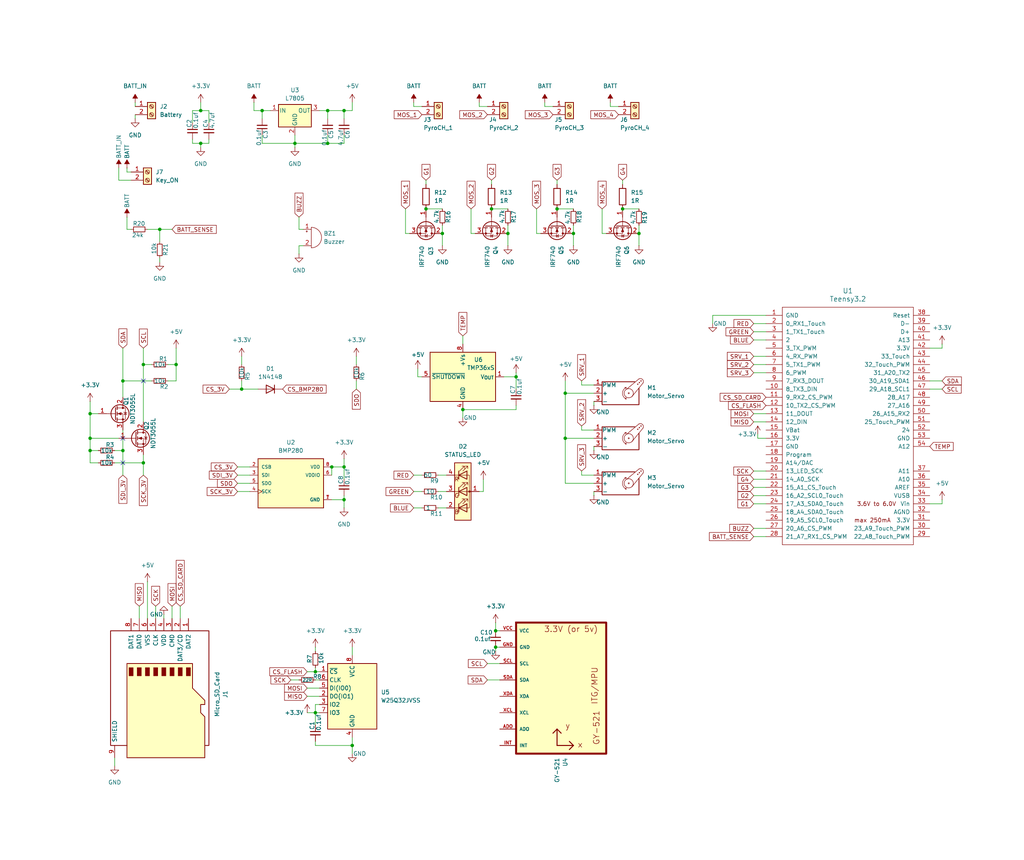
<source format=kicad_sch>
(kicad_sch (version 20231120) (generator "eeschema") (generator_version "8.0")
  (paper "User" 317.5 266.7)
  (lib_symbols
    (symbol "BMP280:BMP280" (pin_names (offset 1.016))
      (property "Reference" "U" (at -10.1796 7.6347 0))
      (property "Value" "BMP280" (at -10.1693 -10.1693 0))
      (symbol "BMP280_0_0"
        (pin power_in line (at 12.7 -5.08 180) (length 2.54) (name "GND") (number "1"))
        (pin input line (at -12.7 5.08 0) (length 2.54) (name "CSB") (number "2"))
        (pin bidirectional line (at -12.7 2.54 0) (length 2.54) (name "SDI") (number "3"))
        (pin input clock (at -12.7 -2.54 0) (length 2.54) (name "SCK") (number "4"))
        (pin bidirectional line (at -12.7 0 0) (length 2.54) (name "SDO") (number "5"))
        (pin power_in line (at 12.7 2.54 180) (length 2.54) (name "VDDIO") (number "6"))
        (pin power_in line (at 12.7 -5.08 180) (length 2.54) (name "GND") (number "7"))
        (pin power_in line (at 12.7 5.08 180) (length 2.54) (name "VDD") (number "8"))
      )
    )
    (symbol "Connector:Micro_SD_Card" (pin_names (offset 1.016))
      (property "Reference" "J" (at -16.51 15.24 0))
      (property "Value" "Micro_SD_Card" (at 16.51 15.24 0))
      (symbol "Micro_SD_Card_1_1"
        (pin bidirectional line (at -22.86 7.62 0) (length 3.81) (name "DAT2") (number "1"))
        (pin bidirectional line (at -22.86 5.08 0) (length 3.81) (name "DAT3/CD") (number "2"))
        (pin input line (at -22.86 2.54 0) (length 3.81) (name "CMD") (number "3"))
        (pin power_in line (at -22.86 0 0) (length 3.81) (name "VDD") (number "4"))
        (pin input line (at -22.86 -2.54 0) (length 3.81) (name "CLK") (number "5"))
        (pin power_in line (at -22.86 -5.08 0) (length 3.81) (name "VSS") (number "6"))
        (pin bidirectional line (at -22.86 -7.62 0) (length 3.81) (name "DAT0") (number "7"))
        (pin bidirectional line (at -22.86 -10.16 0) (length 3.81) (name "DAT1") (number "8"))
        (pin passive line (at 20.32 -15.24 180) (length 3.81) (name "SHIELD") (number "9"))
      )
    )
    (symbol "Connector:Screw_Terminal_01x02" (pin_names (offset 1.016) hide)
      (property "Reference" "J" (at 0 2.54 0))
      (property "Value" "Screw_Terminal_01x02" (at 0 -5.08 0))
      (symbol "Screw_Terminal_01x02_1_1"
        (pin passive line (at -5.08 0 0) (length 3.81) (name "Pin_1") (number "1"))
        (pin passive line (at -5.08 -2.54 0) (length 3.81) (name "Pin_2") (number "2"))
      )
    )
    (symbol "Device:Buzzer" (pin_names (offset 0.0254) hide)
      (property "Reference" "BZ" (at 3.81 1.27 0))
      (property "Value" "Buzzer" (at 3.81 -1.27 0))
      (symbol "Buzzer_1_1"
        (pin passive line (at -2.54 2.54 0) (length 2.54) (name "+") (number "1"))
        (pin passive line (at -2.54 -2.54 0) (length 2.54) (name "-") (number "2"))
      )
    )
    (symbol "Device:C_Small" (pin_numbers hide) (pin_names (offset 0.254) hide)
      (property "Reference" "C" (at 0.254 1.778 0))
      (property "Value" "C_Small" (at 0.254 -2.032 0))
      (symbol "C_Small_1_1"
        (pin passive line (at 0 2.54 270) (length 2.032) (name "~") (number "1"))
        (pin passive line (at 0 -2.54 90) (length 2.032) (name "~") (number "2"))
      )
    )
    (symbol "Device:R" (pin_numbers hide) (pin_names (offset 0))
      (property "Reference" "R" (at 2.032 0 90))
      (property "Value" "R" (at 0 0 90))
      (symbol "R_1_1"
        (pin passive line (at 0 3.81 270) (length 1.27) (name "~") (number "1"))
        (pin passive line (at 0 -3.81 90) (length 1.27) (name "~") (number "2"))
      )
    )
    (symbol "Device:R_Small" (pin_numbers hide) (pin_names (offset 0.254) hide)
      (property "Reference" "R" (at 0.762 0.508 0))
      (property "Value" "R_Small" (at 0.762 -1.016 0))
      (symbol "R_Small_1_1"
        (pin passive line (at 0 2.54 270) (length 0.762) (name "~") (number "1"))
        (pin passive line (at 0 -2.54 90) (length 0.762) (name "~") (number "2"))
      )
    )
    (symbol "Diode:1N4148" (pin_numbers hide) (pin_names hide)
      (property "Reference" "D" (at 0 2.54 0))
      (property "Value" "1N4148" (at 0 -2.54 0))
      (symbol "1N4148_1_1"
        (pin passive line (at -3.81 0 0) (length 2.54) (name "K") (number "1"))
        (pin passive line (at 3.81 0 180) (length 2.54) (name "A") (number "2"))
      )
    )
    (symbol "GY-521:GY-521" (pin_names (offset 1.016))
      (property "Reference" "U" (at 0 0 0))
      (property "Value" "GY-521" (at 0 0 0))
      (symbol "GY-521_0_0"
        (text "3.3V (or 5v)" (at -1.524 14.732 0) (effects (font (size 1.778 1.778)) (justify left bottom)))
        (text "GY-521" (at 13.716 -9.398 900) (effects (font (size 1.778 1.778)) (justify right top)))
        (text "ITG/MPU" (at 15.24 -7.62 900) (effects (font (size 1.778 1.778)) (justify left bottom)))
        (text "x" (at 8.89 -21.082 0) (effects (font (size 1.778 1.778)) (justify left bottom)))
        (text "y" (at 5.08 -15.24 0) (effects (font (size 1.778 1.778)) (justify left bottom)))
        (pin bidirectional line (at -15.24 -15.24 0) (length 5.08) (name "ADO") (number "ADO"))
        (pin bidirectional line (at -15.24 10.16 0) (length 5.08) (name "GND") (number "GND"))
        (pin bidirectional line (at -15.24 -20.32 0) (length 5.08) (name "INT") (number "INT"))
        (pin bidirectional line (at -15.24 5.08 0) (length 5.08) (name "SCL") (number "SCL"))
        (pin bidirectional line (at -15.24 0 0) (length 5.08) (name "SDA") (number "SDA"))
        (pin bidirectional line (at -15.24 15.24 0) (length 5.08) (name "VCC") (number "VCC"))
        (pin bidirectional line (at -15.24 -10.16 0) (length 5.08) (name "XCL") (number "XCL"))
        (pin bidirectional line (at -15.24 -5.08 0) (length 5.08) (name "XDA") (number "XDA"))
      )
    )
    (symbol "LED:ASMB-MTB0-0A3A2" (pin_names (offset 0) hide)
      (property "Reference" "D" (at 0 10.16 0))
      (property "Value" "ASMB-MTB0-0A3A2" (at 0 -10.16 0))
      (symbol "ASMB-MTB0-0A3A2_0_0"
        (text "B" (at -1.905 -6.35 0) (effects (font (size 1.27 1.27))))
        (text "G" (at -1.905 -1.27 0) (effects (font (size 1.27 1.27))))
        (text "R" (at -1.905 3.81 0) (effects (font (size 1.27 1.27))))
      )
      (symbol "ASMB-MTB0-0A3A2_1_1"
        (pin passive line (at 5.08 0 180) (length 2.54) (name "A") (number "1"))
        (pin passive line (at -5.08 -5.08 0) (length 2.54) (name "BK") (number "2"))
        (pin passive line (at -5.08 0 0) (length 2.54) (name "GK") (number "3"))
        (pin passive line (at -5.08 5.08 0) (length 2.54) (name "RK") (number "4"))
      )
    )
    (symbol "Memory_Flash:W25Q32JVSS"
      (property "Reference" "U" (at -6.35 11.43 0))
      (property "Value" "W25Q32JVSS" (at 7.62 11.43 0))
      (symbol "W25Q32JVSS_1_1"
        (pin input line (at -10.16 7.62 0) (length 2.54) (name "~{CS}") (number "1"))
        (pin bidirectional line (at -10.16 0 0) (length 2.54) (name "DO(IO1)") (number "2"))
        (pin bidirectional line (at -10.16 -2.54 0) (length 2.54) (name "IO2") (number "3"))
        (pin power_in line (at 0 -12.7 90) (length 2.54) (name "GND") (number "4"))
        (pin bidirectional line (at -10.16 2.54 0) (length 2.54) (name "DI(IO0)") (number "5"))
        (pin input line (at -10.16 5.08 0) (length 2.54) (name "CLK") (number "6"))
        (pin bidirectional line (at -10.16 -5.08 0) (length 2.54) (name "IO3") (number "7"))
        (pin power_in line (at 0 12.7 270) (length 2.54) (name "VCC") (number "8"))
      )
    )
    (symbol "Motor:Motor_Servo" (pin_names (offset 0.0254))
      (property "Reference" "M" (at -5.08 4.445 0))
      (property "Value" "Motor_Servo" (at -5.08 -4.064 0))
      (symbol "Motor_Servo_1_1"
        (pin passive line (at -7.62 2.54 0) (length 2.54) (name "PWM") (number "1"))
        (pin passive line (at -7.62 0 0) (length 2.54) (name "+") (number "2"))
        (pin passive line (at -7.62 -2.54 0) (length 2.54) (name "-") (number "3"))
      )
    )
    (symbol "Regulator_Linear:L7805" (pin_names (offset 0.254))
      (property "Reference" "U" (at -3.81 3.175 0))
      (property "Value" "L7805" (at 0 3.175 0))
      (symbol "L7805_1_1"
        (pin power_in line (at -7.62 0 0) (length 2.54) (name "IN") (number "1"))
        (pin power_in line (at 0 -7.62 90) (length 2.54) (name "GND") (number "2"))
        (pin power_out line (at 7.62 0 180) (length 2.54) (name "OUT") (number "3"))
      )
    )
    (symbol "Sensor_Temperature:TMP36xS"
      (property "Reference" "U" (at -8.89 8.89 0))
      (property "Value" "TMP36xS" (at 6.35 -8.89 0))
      (symbol "TMP36xS_1_1"
        (pin output line (at 12.7 0 180) (length 2.54) (name "V_{OUT}") (number "1"))
        (pin power_in line (at 0 -10.16 90) (length 2.54) (name "GND") (number "4"))
        (pin input line (at -12.7 0 0) (length 2.54) (name "~{SHUTDOWN}") (number "5"))
        (pin power_in line (at 0 10.16 270) (length 2.54) (name "+Vs") (number "8"))
      )
    )
    (symbol "Transistor_FET:IRF740" (pin_names hide)
      (property "Reference" "Q" (at 5.08 1.905 0))
      (property "Value" "IRF740" (at 5.08 0 0))
      (symbol "IRF740_1_1"
        (pin input line (at -5.08 0 0) (length 2.54) (name "G") (number "1"))
        (pin passive line (at 2.54 5.08 270) (length 2.54) (name "D") (number "2"))
        (pin passive line (at 2.54 -5.08 90) (length 2.54) (name "S") (number "3"))
      )
    )
    (symbol "Transistor_FET:NDT3055L" (pin_names hide)
      (property "Reference" "Q" (at 5.08 1.905 0))
      (property "Value" "NDT3055L" (at 5.08 0 0))
      (symbol "NDT3055L_1_1"
        (pin input line (at -5.08 0 0) (length 2.54) (name "G") (number "1"))
        (pin passive line (at 2.54 5.08 270) (length 2.54) (name "D") (number "2"))
        (pin passive line (at 2.54 -5.08 90) (length 2.54) (name "S") (number "3"))
      )
    )
    (symbol "power:+3.3V" (power) (pin_numbers hide) (pin_names (offset 0) hide)
      (property "Value" "+3.3V" (at 0 3.556 0))
      (symbol "+3.3V_1_1"
        (pin power_in line (at 0 0 90) (length 0) (name "~") (number "1"))
      )
    )
    (symbol "power:+5V" (power) (pin_numbers hide) (pin_names (offset 0) hide)
      (property "Value" "+5V" (at 0 3.556 0))
      (symbol "+5V_1_1"
        (pin power_in line (at 0 0 90) (length 0) (name "~") (number "1"))
      )
    )
    (symbol "power:-BATT" (power) (pin_numbers hide) (pin_names (offset 0) hide)
      (property "Value" "-BATT" (at 0 3.556 0))
      (symbol "-BATT_1_1"
        (pin power_in line (at 0 0 90) (length 0) (name "~") (number "1"))
      )
    )
    (symbol "power:GND" (power) (pin_numbers hide) (pin_names (offset 0) hide)
      (property "Value" "GND" (at 0 -3.81 0))
      (symbol "GND_1_1"
        (pin power_in line (at 0 0 270) (length 0) (name "~") (number "1"))
      )
    )
    (symbol "teensy:Teensy3.2" (pin_names (offset 1.016))
      (property "Reference" "U" (at 0 39.37 0))
      (property "Value" "Teensy3.2" (at 0 -39.37 0))
      (symbol "Teensy3.2_0_0"
        (text "3.6V to 6.0V" (at 8.89 -24.13 0) (effects (font (size 1.27 1.27))))
        (text "max 250mA" (at 7.62 -29.21 0) (effects (font (size 1.27 1.27))))
      )
      (symbol "Teensy3.2_1_1"
        (pin power_in line (at -25.4 34.29 0) (length 5.08) (name "GND") (number "1"))
        (pin bidirectional line (at -25.4 11.43 0) (length 5.08) (name "8_TX3_DIN") (number "10"))
        (pin bidirectional line (at -25.4 8.89 0) (length 5.08) (name "9_RX2_CS_PWM") (number "11"))
        (pin bidirectional line (at -25.4 6.35 0) (length 5.08) (name "10_TX2_CS_PWM") (number "12"))
        (pin bidirectional line (at -25.4 3.81 0) (length 5.08) (name "11_DOUT") (number "13"))
        (pin bidirectional line (at -25.4 1.27 0) (length 5.08) (name "12_DIN") (number "14"))
        (pin power_in line (at -25.4 -1.27 0) (length 5.08) (name "VBat") (number "15"))
        (pin power_out line (at -25.4 -3.81 0) (length 5.08) (name "3.3V") (number "16"))
        (pin power_in line (at -25.4 -6.35 0) (length 5.08) (name "GND") (number "17"))
        (pin input line (at -25.4 -8.89 0) (length 5.08) (name "Program") (number "18"))
        (pin bidirectional line (at -25.4 -11.43 0) (length 5.08) (name "A14/DAC") (number "19"))
        (pin bidirectional line (at -25.4 31.75 0) (length 5.08) (name "0_RX1_Touch") (number "2"))
        (pin bidirectional line (at -25.4 -13.97 0) (length 5.08) (name "13_LED_SCK") (number "20"))
        (pin bidirectional line (at -25.4 -16.51 0) (length 5.08) (name "14_A0_SCK") (number "21"))
        (pin bidirectional line (at -25.4 -19.05 0) (length 5.08) (name "15_A1_CS_Touch") (number "22"))
        (pin bidirectional line (at -25.4 -21.59 0) (length 5.08) (name "16_A2_SCL0_Touch") (number "23"))
        (pin bidirectional line (at -25.4 -24.13 0) (length 5.08) (name "17_A3_SDA0_Touch") (number "24"))
        (pin bidirectional line (at -25.4 -26.67 0) (length 5.08) (name "18_A4_SDA0_Touch") (number "25"))
        (pin bidirectional line (at -25.4 -29.21 0) (length 5.08) (name "19_A5_SCL0_Touch") (number "26"))
        (pin bidirectional line (at -25.4 -31.75 0) (length 5.08) (name "20_A6_CS_PWM") (number "27"))
        (pin bidirectional line (at -25.4 -34.29 0) (length 5.08) (name "21_A7_RX1_CS_PWM") (number "28"))
        (pin bidirectional line (at 25.4 -34.29 180) (length 5.08) (name "22_A8_Touch_PWM") (number "29"))
        (pin bidirectional line (at -25.4 29.21 0) (length 5.08) (name "1_TX1_Touch") (number "3"))
        (pin bidirectional line (at 25.4 -31.75 180) (length 5.08) (name "23_A9_Touch_PWM") (number "30"))
        (pin power_out line (at 25.4 -29.21 180) (length 5.08) (name "3.3V") (number "31"))
        (pin power_out line (at 25.4 -26.67 180) (length 5.08) (name "AGND") (number "32"))
        (pin power_in line (at 25.4 -24.13 180) (length 5.08) (name "Vin") (number "33"))
        (pin power_in line (at 25.4 -21.59 180) (length 5.08) (name "VUSB") (number "34"))
        (pin input line (at 25.4 -19.05 180) (length 5.08) (name "AREF") (number "35"))
        (pin bidirectional line (at 25.4 -16.51 180) (length 5.08) (name "A10") (number "36"))
        (pin bidirectional line (at 25.4 -13.97 180) (length 5.08) (name "A11") (number "37"))
        (pin input line (at 25.4 34.29 180) (length 5.08) (name "Reset") (number "38"))
        (pin bidirectional line (at 25.4 31.75 180) (length 5.08) (name "D-") (number "39"))
        (pin bidirectional line (at -25.4 26.67 0) (length 5.08) (name "2") (number "4"))
        (pin bidirectional line (at 25.4 29.21 180) (length 5.08) (name "D+") (number "40"))
        (pin bidirectional line (at 25.4 26.67 180) (length 5.08) (name "A13") (number "41"))
        (pin power_out line (at 25.4 24.13 180) (length 5.08) (name "3.3V") (number "42"))
        (pin bidirectional line (at 25.4 21.59 180) (length 5.08) (name "33_Touch") (number "43"))
        (pin bidirectional line (at 25.4 19.05 180) (length 5.08) (name "32_Touch_PWM") (number "44"))
        (pin bidirectional line (at 25.4 16.51 180) (length 5.08) (name "31_A20_TX2") (number "45"))
        (pin bidirectional line (at 25.4 13.97 180) (length 5.08) (name "30_A19_SDA1") (number "46"))
        (pin bidirectional line (at 25.4 11.43 180) (length 5.08) (name "29_A18_SCL1") (number "47"))
        (pin bidirectional line (at 25.4 8.89 180) (length 5.08) (name "28_A17") (number "48"))
        (pin bidirectional line (at 25.4 6.35 180) (length 5.08) (name "27_A16") (number "49"))
        (pin bidirectional line (at -25.4 24.13 0) (length 5.08) (name "3_TX_PWM") (number "5"))
        (pin bidirectional line (at 25.4 3.81 180) (length 5.08) (name "26_A15_RX2") (number "50"))
        (pin bidirectional line (at 25.4 1.27 180) (length 5.08) (name "25_Touch_PWM") (number "51"))
        (pin bidirectional line (at 25.4 -1.27 180) (length 5.08) (name "24") (number "52"))
        (pin power_in line (at 25.4 -3.81 180) (length 5.08) (name "GND") (number "53"))
        (pin bidirectional line (at 25.4 -6.35 180) (length 5.08) (name "A12") (number "54"))
        (pin bidirectional line (at -25.4 21.59 0) (length 5.08) (name "4_RX_PWM") (number "6"))
        (pin bidirectional line (at -25.4 19.05 0) (length 5.08) (name "5_TX1_PWM") (number "7"))
        (pin bidirectional line (at -25.4 16.51 0) (length 5.08) (name "6_PWM") (number "8"))
        (pin bidirectional line (at -25.4 13.97 0) (length 5.08) (name "7_RX3_DOUT") (number "9"))
      )
    )
  )
  (junction (at 152.4 64.77))
  (junction (at 62.23 34.29))
  (junction (at 27.94 139.7))
  (junction (at 172.72 64.77))
  (junction (at 106.68 144.78))
  (junction (at 175.26 121.92))
  (junction (at 153.67 195.58))
  (junction (at 97.79 220.98))
  (junction (at 101.6 34.29))
  (junction (at 175.26 135.89))
  (junction (at 27.94 135.89))
  (junction (at 106.68 154.94))
  (junction (at 198.12 72.39))
  (junction (at 54.61 113.03))
  (junction (at 102.87 144.78))
  (junction (at 49.53 71.12))
  (junction (at 38.1 139.7))
  (junction (at 193.04 64.77))
  (junction (at 106.68 34.29))
  (junction (at 74.93 120.65))
  (junction (at 44.45 113.03))
  (junction (at 109.22 231.14))
  (junction (at 160.02 116.84))
  (junction (at 137.16 72.39))
  (junction (at 97.79 208.28))
  (junction (at 38.1 118.11))
  (junction (at 132.08 64.77))
  (junction (at 143.51 127))
  (junction (at 81.28 34.29))
  (junction (at 44.45 143.51))
  (junction (at 101.6 44.45))
  (junction (at 27.94 128.27))
  (junction (at 177.8 72.39))
  (junction (at 91.44 44.45))
  (junction (at 157.48 72.39))
  (junction (at 62.23 44.45))
  (junction (at 153.67 200.66))
  (no_connect (at 38.1 135.89))
  (no_connect (at 44.45 118.11))
  (no_connect (at 38.1 143.51))
  (wire (pts (xy 109.22 231.14) (xy 109.22 233.68)))
  (wire (pts (xy 44.45 143.51) (xy 44.45 147.32)))
  (wire (pts (xy 175.26 121.92) (xy 184.15 121.92)))
  (wire (pts (xy 184.15 135.89) (xy 175.26 135.89)))
  (wire (pts (xy 38.1 139.7) (xy 38.1 133.35)))
  (wire (pts (xy 149.86 148.59) (xy 149.86 152.4)))
  (wire (pts (xy 146.05 64.77) (xy 146.05 72.39)))
  (wire (pts (xy 97.79 231.14) (xy 109.22 231.14)))
  (wire (pts (xy 125.73 72.39) (xy 125.73 64.77)))
  (wire (pts (xy 233.68 105.41) (xy 237.49 105.41)))
  (wire (pts (xy 27.94 135.89) (xy 27.94 139.7)))
  (wire (pts (xy 135.89 157.48) (xy 138.43 157.48)))
  (wire (pts (xy 143.51 104.14) (xy 143.51 106.68)))
  (wire (pts (xy 180.34 146.05) (xy 180.34 147.32)))
  (wire (pts (xy 101.6 44.45) (xy 101.6 41.91)))
  (wire (pts (xy 101.6 34.29) (xy 99.06 34.29)))
  (wire (pts (xy 30.48 139.7) (xy 27.94 139.7)))
  (wire (pts (xy 128.27 147.32) (xy 130.81 147.32)))
  (wire (pts (xy 288.29 120.65) (xy 292.1 120.65)))
  (wire (pts (xy 135.89 147.32) (xy 138.43 147.32)))
  (wire (pts (xy 157.48 72.39) (xy 157.48 76.2)))
  (wire (pts (xy 92.71 71.12) (xy 92.71 67.31)))
  (wire (pts (xy 156.21 116.84) (xy 160.02 116.84)))
  (wire (pts (xy 35.56 143.51) (xy 44.45 143.51)))
  (wire (pts (xy 189.23 33.02) (xy 191.77 33.02)))
  (wire (pts (xy 27.94 124.46) (xy 27.94 128.27)))
  (wire (pts (xy 106.68 153.67) (xy 106.68 154.94)))
  (wire (pts (xy 36.83 55.88) (xy 40.64 55.88)))
  (wire (pts (xy 177.8 72.39) (xy 177.8 76.2)))
  (wire (pts (xy 175.26 121.92) (xy 175.26 135.89)))
  (wire (pts (xy 168.91 33.02) (xy 171.45 33.02)))
  (wire (pts (xy 97.79 220.98) (xy 97.79 224.79)))
  (wire (pts (xy 62.23 34.29) (xy 64.77 34.29)))
  (wire (pts (xy 74.93 120.65) (xy 80.01 120.65)))
  (wire (pts (xy 45.72 180.34) (xy 45.72 191.77)))
  (wire (pts (xy 137.16 72.39) (xy 137.16 76.2)))
  (wire (pts (xy 64.77 43.18) (xy 64.77 44.45)))
  (wire (pts (xy 237.49 135.89) (xy 234.95 135.89)))
  (wire (pts (xy 106.68 34.29) (xy 106.68 36.83)))
  (wire (pts (xy 128.27 152.4) (xy 130.81 152.4)))
  (wire (pts (xy 59.69 44.45) (xy 62.23 44.45)))
  (wire (pts (xy 91.44 44.45) (xy 91.44 41.91)))
  (wire (pts (xy 160.02 125.73) (xy 160.02 127)))
  (wire (pts (xy 135.89 152.4) (xy 138.43 152.4)))
  (wire (pts (xy 101.6 44.45) (xy 106.68 44.45)))
  (wire (pts (xy 193.04 55.88) (xy 193.04 57.15)))
  (wire (pts (xy 95.25 220.98) (xy 97.79 220.98)))
  (wire (pts (xy 102.87 154.94) (xy 106.68 154.94)))
  (wire (pts (xy 97.79 220.98) (xy 97.79 218.44)))
  (wire (pts (xy 233.68 148.59) (xy 237.49 148.59)))
  (wire (pts (xy 81.28 44.45) (xy 91.44 44.45)))
  (wire (pts (xy 148.59 33.02) (xy 151.13 33.02)))
  (wire (pts (xy 168.91 33.02) (xy 168.91 31.75)))
  (wire (pts (xy 160.02 116.84) (xy 160.02 120.65)))
  (wire (pts (xy 81.28 34.29) (xy 81.28 36.83)))
  (wire (pts (xy 106.68 34.29) (xy 101.6 34.29)))
  (wire (pts (xy 288.29 118.11) (xy 292.1 118.11)))
  (wire (pts (xy 152.4 55.88) (xy 152.4 57.15)))
  (wire (pts (xy 93.98 71.12) (xy 92.71 71.12)))
  (wire (pts (xy 109.22 200.66) (xy 109.22 203.2)))
  (wire (pts (xy 128.27 157.48) (xy 130.81 157.48)))
  (wire (pts (xy 180.34 133.35) (xy 184.15 133.35)))
  (wire (pts (xy 233.68 110.49) (xy 237.49 110.49)))
  (wire (pts (xy 220.98 100.33) (xy 220.98 97.79)))
  (wire (pts (xy 154.94 200.66) (xy 153.67 200.66)))
  (wire (pts (xy 184.15 119.38) (xy 180.34 119.38)))
  (wire (pts (xy 62.23 44.45) (xy 64.77 44.45)))
  (wire (pts (xy 292.1 107.95) (xy 292.1 106.68)))
  (wire (pts (xy 172.72 64.77) (xy 177.8 64.77)))
  (wire (pts (xy 110.49 110.49) (xy 110.49 113.03)))
  (wire (pts (xy 149.86 152.4) (xy 148.59 152.4)))
  (wire (pts (xy 180.34 132.08) (xy 180.34 133.35)))
  (wire (pts (xy 187.96 72.39) (xy 186.69 72.39)))
  (wire (pts (xy 233.68 166.37) (xy 237.49 166.37)))
  (wire (pts (xy 233.68 153.67) (xy 237.49 153.67)))
  (wire (pts (xy 95.25 213.36) (xy 99.06 213.36)))
  (wire (pts (xy 78.74 31.75) (xy 78.74 34.29)))
  (wire (pts (xy 130.81 116.84) (xy 129.54 116.84)))
  (wire (pts (xy 45.72 71.12) (xy 49.53 71.12)))
  (wire (pts (xy 74.93 118.11) (xy 74.93 120.65)))
  (wire (pts (xy 90.17 210.82) (xy 92.71 210.82)))
  (wire (pts (xy 132.08 55.88) (xy 132.08 57.15)))
  (wire (pts (xy 198.12 72.39) (xy 198.12 76.2)))
  (wire (pts (xy 198.12 69.85) (xy 198.12 72.39)))
  (wire (pts (xy 186.69 72.39) (xy 186.69 64.77)))
  (wire (pts (xy 78.74 34.29) (xy 81.28 34.29)))
  (wire (pts (xy 95.25 215.9) (xy 99.06 215.9)))
  (wire (pts (xy 55.88 187.96) (xy 55.88 191.77)))
  (wire (pts (xy 109.22 31.75) (xy 109.22 34.29)))
  (wire (pts (xy 288.29 156.21) (xy 292.1 156.21)))
  (wire (pts (xy 184.15 125.73) (xy 184.15 124.46)))
  (wire (pts (xy 127 72.39) (xy 125.73 72.39)))
  (wire (pts (xy 160.02 127) (xy 143.51 127)))
  (wire (pts (xy 146.05 72.39) (xy 147.32 72.39)))
  (wire (pts (xy 97.79 229.87) (xy 97.79 231.14)))
  (wire (pts (xy 128.27 33.02) (xy 128.27 31.75)))
  (wire (pts (xy 233.68 128.27) (xy 237.49 128.27)))
  (wire (pts (xy 71.12 120.65) (xy 74.93 120.65)))
  (wire (pts (xy 102.87 144.78) (xy 102.87 147.32)))
  (wire (pts (xy 27.94 128.27) (xy 30.48 128.27)))
  (wire (pts (xy 129.54 116.84) (xy 129.54 114.3)))
  (wire (pts (xy 91.44 44.45) (xy 101.6 44.45)))
  (wire (pts (xy 54.61 107.95) (xy 54.61 113.03)))
  (wire (pts (xy 91.44 44.45) (xy 91.44 45.72)))
  (wire (pts (xy 106.68 44.45) (xy 106.68 41.91)))
  (wire (pts (xy 81.28 44.45) (xy 81.28 41.91)))
  (wire (pts (xy 73.66 144.78) (xy 77.47 144.78)))
  (wire (pts (xy 44.45 140.97) (xy 44.45 143.51)))
  (wire (pts (xy 52.07 118.11) (xy 54.61 118.11)))
  (wire (pts (xy 233.68 156.21) (xy 237.49 156.21)))
  (wire (pts (xy 148.59 33.02) (xy 148.59 31.75)))
  (wire (pts (xy 38.1 107.95) (xy 38.1 118.11)))
  (wire (pts (xy 180.34 119.38) (xy 180.34 118.11)))
  (wire (pts (xy 97.79 207.01) (xy 97.79 208.28)))
  (wire (pts (xy 39.37 71.12) (xy 40.64 71.12)))
  (wire (pts (xy 234.95 135.89) (xy 234.95 134.62)))
  (wire (pts (xy 49.53 80.01) (xy 49.53 81.28)))
  (wire (pts (xy 36.83 52.07) (xy 36.83 55.88)))
  (wire (pts (xy 154.94 205.74) (xy 151.13 205.74)))
  (wire (pts (xy 54.61 113.03) (xy 54.61 118.11)))
  (wire (pts (xy 220.98 97.79) (xy 237.49 97.79)))
  (wire (pts (xy 154.94 210.82) (xy 151.13 210.82)))
  (wire (pts (xy 160.02 116.84) (xy 160.02 115.57)))
  (wire (pts (xy 30.48 143.51) (xy 27.94 143.51)))
  (wire (pts (xy 233.68 163.83) (xy 237.49 163.83)))
  (wire (pts (xy 41.91 35.56) (xy 41.91 36.83)))
  (wire (pts (xy 167.64 72.39) (xy 166.37 72.39)))
  (wire (pts (xy 184.15 149.86) (xy 175.26 149.86)))
  (wire (pts (xy 110.49 118.11) (xy 110.49 120.65)))
  (wire (pts (xy 233.68 130.81) (xy 237.49 130.81)))
  (wire (pts (xy 143.51 127) (xy 143.51 129.54)))
  (wire (pts (xy 73.66 147.32) (xy 77.47 147.32)))
  (wire (pts (xy 95.25 208.28) (xy 97.79 208.28)))
  (wire (pts (xy 40.64 53.34) (xy 39.37 53.34)))
  (wire (pts (xy 41.91 31.75) (xy 41.91 33.02)))
  (wire (pts (xy 97.79 200.66) (xy 97.79 201.93)))
  (wire (pts (xy 27.94 135.89) (xy 36.83 135.89)))
  (wire (pts (xy 35.56 234.95) (xy 35.56 237.49)))
  (wire (pts (xy 59.69 43.18) (xy 59.69 44.45)))
  (wire (pts (xy 97.79 218.44) (xy 99.06 218.44)))
  (wire (pts (xy 92.71 76.2) (xy 93.98 76.2)))
  (wire (pts (xy 54.61 113.03) (xy 52.07 113.03)))
  (wire (pts (xy 50.8 190.5) (xy 50.8 191.77)))
  (wire (pts (xy 39.37 53.34) (xy 39.37 52.07)))
  (wire (pts (xy 233.68 113.03) (xy 237.49 113.03)))
  (wire (pts (xy 288.29 107.95) (xy 292.1 107.95)))
  (wire (pts (xy 153.67 193.04) (xy 153.67 195.58)))
  (wire (pts (xy 49.53 71.12) (xy 53.34 71.12)))
  (wire (pts (xy 157.48 69.85) (xy 157.48 72.39)))
  (wire (pts (xy 109.22 34.29) (xy 106.68 34.29)))
  (wire (pts (xy 38.1 118.11) (xy 46.99 118.11)))
  (wire (pts (xy 233.68 151.13) (xy 237.49 151.13)))
  (wire (pts (xy 233.68 100.33) (xy 237.49 100.33)))
  (wire (pts (xy 48.26 187.96) (xy 48.26 191.77)))
  (wire (pts (xy 152.4 64.77) (xy 157.48 64.77)))
  (wire (pts (xy 184.15 139.7) (xy 184.15 138.43)))
  (wire (pts (xy 97.79 208.28) (xy 99.06 208.28)))
  (wire (pts (xy 175.26 118.11) (xy 175.26 121.92)))
  (wire (pts (xy 44.45 113.03) (xy 46.99 113.03)))
  (wire (pts (xy 59.69 34.29) (xy 59.69 38.1)))
  (wire (pts (xy 109.22 228.6) (xy 109.22 231.14)))
  (wire (pts (xy 106.68 144.78) (xy 106.68 148.59)))
  (wire (pts (xy 64.77 38.1) (xy 64.77 34.29)))
  (wire (pts (xy 27.94 139.7) (xy 27.94 143.51)))
  (wire (pts (xy 62.23 44.45) (xy 62.23 45.72)))
  (wire (pts (xy 177.8 69.85) (xy 177.8 72.39)))
  (wire (pts (xy 137.16 69.85) (xy 137.16 72.39)))
  (wire (pts (xy 180.34 147.32) (xy 184.15 147.32)))
  (wire (pts (xy 184.15 153.67) (xy 184.15 152.4)))
  (wire (pts (xy 39.37 67.31) (xy 39.37 71.12)))
  (wire (pts (xy 53.34 187.96) (xy 53.34 191.77)))
  (wire (pts (xy 233.68 102.87) (xy 237.49 102.87)))
  (wire (pts (xy 43.18 187.96) (xy 43.18 191.77)))
  (wire (pts (xy 132.08 64.77) (xy 137.16 64.77)))
  (wire (pts (xy 81.28 34.29) (xy 83.82 34.29)))
  (wire (pts (xy 97.79 210.82) (xy 99.06 210.82)))
  (wire (pts (xy 74.93 110.49) (xy 74.93 113.03)))
  (wire (pts (xy 292.1 156.21) (xy 292.1 154.94)))
  (wire (pts (xy 128.27 33.02) (xy 130.81 33.02)))
  (wire (pts (xy 92.71 78.74) (xy 92.71 76.2)))
  (wire (pts (xy 106.68 142.24) (xy 106.68 144.78)))
  (wire (pts (xy 38.1 139.7) (xy 35.56 139.7)))
  (wire (pts (xy 172.72 55.88) (xy 172.72 57.15)))
  (wire (pts (xy 38.1 118.11) (xy 38.1 123.19)))
  (wire (pts (xy 62.23 34.29) (xy 59.69 34.29)))
  (wire (pts (xy 73.66 152.4) (xy 77.47 152.4)))
  (wire (pts (xy 27.94 128.27) (xy 27.94 135.89)))
  (wire (pts (xy 102.87 144.78) (xy 106.68 144.78)))
  (wire (pts (xy 44.45 113.03) (xy 44.45 130.81)))
  (wire (pts (xy 38.1 139.7) (xy 38.1 147.32)))
  (wire (pts (xy 44.45 107.95) (xy 44.45 113.03)))
  (wire (pts (xy 153.67 195.58) (xy 154.94 195.58)))
  (wire (pts (xy 101.6 34.29) (xy 101.6 36.83)))
  (wire (pts (xy 233.68 146.05) (xy 237.49 146.05)))
  (wire (pts (xy 73.66 149.86) (xy 77.47 149.86)))
  (wire (pts (xy 189.23 33.02) (xy 189.23 31.75)))
  (wire (pts (xy 233.68 115.57) (xy 237.49 115.57)))
  (wire (pts (xy 153.67 200.66) (xy 153.67 201.93)))
  (wire (pts (xy 106.68 154.94) (xy 106.68 157.48)))
  (wire (pts (xy 99.06 220.98) (xy 97.79 220.98)))
  (wire (pts (xy 62.23 31.75) (xy 62.23 34.29)))
  (wire (pts (xy 175.26 149.86) (xy 175.26 135.89)))
  (wire (pts (xy 49.53 71.12) (xy 49.53 74.93)))
  (wire (pts (xy 193.04 64.77) (xy 198.12 64.77)))
  (wire (pts (xy 166.37 72.39) (xy 166.37 64.77)))
  (global_label "SRV_2" (shape input) (at 233.68 113.03 180) (property "Intersheetrefs" "${INTERSHEET_REFS}" (effects (hide yes))))
  (global_label "MOS_2" (shape input) (at 151.13 35.56 180) (property "Intersheetrefs" "${INTERSHEET_REFS}" (effects (hide yes))))
  (global_label "G1" (shape input) (at 233.68 156.21 180) (property "Intersheetrefs" "${INTERSHEET_REFS}" (effects (hide yes))))
  (global_label "SDI_3V" (shape input) (at 38.1 147.32 270) (property "Intersheetrefs" "${INTERSHEET_REFS}" (effects (hide yes))))
  (global_label "RED" (shape input) (at 128.27 147.32 180) (property "Intersheetrefs" "${INTERSHEET_REFS}" (effects (hide yes))))
  (global_label "SDO" (shape input) (at 73.66 149.86 180) (property "Intersheetrefs" "${INTERSHEET_REFS}" (effects (hide yes))))
  (global_label "G4" (shape input) (at 193.04 55.88 90) (property "Intersheetrefs" "${INTERSHEET_REFS}" (effects (hide yes))))
  (global_label "SRV_3" (shape input) (at 180.34 146.05 90) (property "Intersheetrefs" "${INTERSHEET_REFS}" (effects (hide yes))))
  (global_label "MOS_3" (shape input) (at 166.37 64.77 90) (property "Intersheetrefs" "${INTERSHEET_REFS}" (effects (hide yes))))
  (global_label "MOS_1" (shape input) (at 125.73 64.77 90) (property "Intersheetrefs" "${INTERSHEET_REFS}" (effects (hide yes))))
  (global_label "SRV_1" (shape input) (at 233.68 110.49 180) (property "Intersheetrefs" "${INTERSHEET_REFS}" (effects (hide yes))))
  (global_label "G1" (shape input) (at 132.08 55.88 90) (property "Intersheetrefs" "${INTERSHEET_REFS}" (effects (hide yes))))
  (global_label "MOSI" (shape input) (at 95.25 213.36 180) (property "Intersheetrefs" "${INTERSHEET_REFS}" (effects (hide yes))))
  (global_label "BUZZ" (shape input) (at 233.68 163.83 180) (property "Intersheetrefs" "${INTERSHEET_REFS}" (effects (hide yes))))
  (global_label "CS_3V" (shape input) (at 73.66 144.78 180) (property "Intersheetrefs" "${INTERSHEET_REFS}" (effects (hide yes))))
  (global_label "SCL" (shape input) (at 151.13 205.74 180) (property "Intersheetrefs" "${INTERSHEET_REFS}" (effects (hide yes))))
  (global_label "MISO" (shape input) (at 43.18 187.96 90) (property "Intersheetrefs" "${INTERSHEET_REFS}" (effects (hide yes))))
  (global_label "SCK_3V" (shape input) (at 73.66 152.4 180) (property "Intersheetrefs" "${INTERSHEET_REFS}" (effects (hide yes))))
  (global_label "MOS_1" (shape input) (at 130.81 35.56 180) (property "Intersheetrefs" "${INTERSHEET_REFS}" (effects (hide yes))))
  (global_label "SDI_3V" (shape input) (at 73.66 147.32 180) (property "Intersheetrefs" "${INTERSHEET_REFS}" (effects (hide yes))))
  (global_label "BUZZ" (shape input) (at 92.71 67.31 90) (property "Intersheetrefs" "${INTERSHEET_REFS}" (effects (hide yes))))
  (global_label "MOS_3" (shape input) (at 171.45 35.56 180) (property "Intersheetrefs" "${INTERSHEET_REFS}" (effects (hide yes))))
  (global_label "SCK" (shape input) (at 233.68 146.05 180) (property "Intersheetrefs" "${INTERSHEET_REFS}" (effects (hide yes))))
  (global_label "MISO" (shape input) (at 233.68 130.81 180) (property "Intersheetrefs" "${INTERSHEET_REFS}" (effects (hide yes))))
  (global_label "SRV_3" (shape input) (at 233.68 115.57 180) (property "Intersheetrefs" "${INTERSHEET_REFS}" (effects (hide yes))))
  (global_label "SDA" (shape input) (at 292.1 118.11 0) (property "Intersheetrefs" "${INTERSHEET_REFS}" (effects (hide yes))))
  (global_label "BLUE" (shape input) (at 128.27 157.48 180) (property "Intersheetrefs" "${INTERSHEET_REFS}" (effects (hide yes))))
  (global_label "SCL" (shape input) (at 292.1 120.65 0) (property "Intersheetrefs" "${INTERSHEET_REFS}" (effects (hide yes))))
  (global_label "SCK_3V" (shape input) (at 44.45 147.32 270) (property "Intersheetrefs" "${INTERSHEET_REFS}" (effects (hide yes))))
  (global_label "MOS_4" (shape input) (at 191.77 35.56 180) (property "Intersheetrefs" "${INTERSHEET_REFS}" (effects (hide yes))))
  (global_label "CS_SD_CARD" (shape input) (at 55.88 187.96 90) (property "Intersheetrefs" "${INTERSHEET_REFS}" (effects (hide yes))))
  (global_label "G2" (shape input) (at 233.68 153.67 180) (property "Intersheetrefs" "${INTERSHEET_REFS}" (effects (hide yes))))
  (global_label "SCL" (shape input) (at 44.45 107.95 90) (property "Intersheetrefs" "${INTERSHEET_REFS}" (effects (hide yes))))
  (global_label "G2" (shape input) (at 152.4 55.88 90) (property "Intersheetrefs" "${INTERSHEET_REFS}" (effects (hide yes))))
  (global_label "SCK" (shape input) (at 48.26 187.96 90) (property "Intersheetrefs" "${INTERSHEET_REFS}" (effects (hide yes))))
  (global_label "SDA" (shape input) (at 38.1 107.95 90) (property "Intersheetrefs" "${INTERSHEET_REFS}" (effects (hide yes))))
  (global_label "CS_FLASH" (shape input) (at 237.49 125.73 180) (property "Intersheetrefs" "${INTERSHEET_REFS}" (effects (hide yes))))
  (global_label "CS_BMP280" (shape input) (at 87.63 120.65 0) (property "Intersheetrefs" "${INTERSHEET_REFS}" (effects (hide yes))))
  (global_label "BLUE" (shape input) (at 233.68 105.41 180) (property "Intersheetrefs" "${INTERSHEET_REFS}" (effects (hide yes))))
  (global_label "MISO" (shape input) (at 95.25 215.9 180) (property "Intersheetrefs" "${INTERSHEET_REFS}" (effects (hide yes))))
  (global_label "GREEN" (shape input) (at 233.68 102.87 180) (property "Intersheetrefs" "${INTERSHEET_REFS}" (effects (hide yes))))
  (global_label "SCK" (shape input) (at 90.17 210.82 180) (property "Intersheetrefs" "${INTERSHEET_REFS}" (effects (hide yes))))
  (global_label "MOSI" (shape input) (at 233.68 128.27 180) (property "Intersheetrefs" "${INTERSHEET_REFS}" (effects (hide yes))))
  (global_label "TEMP" (shape input) (at 143.51 104.14 90) (property "Intersheetrefs" "${INTERSHEET_REFS}" (effects (hide yes))))
  (global_label "MOSI" (shape input) (at 53.34 187.96 90) (property "Intersheetrefs" "${INTERSHEET_REFS}" (effects (hide yes))))
  (global_label "MOS_4" (shape input) (at 186.69 64.77 90) (property "Intersheetrefs" "${INTERSHEET_REFS}" (effects (hide yes))))
  (global_label "SRV_1" (shape input) (at 180.34 118.11 90) (property "Intersheetrefs" "${INTERSHEET_REFS}" (effects (hide yes))))
  (global_label "G3" (shape input) (at 233.68 151.13 180) (property "Intersheetrefs" "${INTERSHEET_REFS}" (effects (hide yes))))
  (global_label "RED" (shape input) (at 233.68 100.33 180) (property "Intersheetrefs" "${INTERSHEET_REFS}" (effects (hide yes))))
  (global_label "TEMP" (shape input) (at 288.29 138.43 0) (property "Intersheetrefs" "${INTERSHEET_REFS}" (effects (hide yes))))
  (global_label "CS_SD_CARD" (shape input) (at 237.49 123.19 180) (property "Intersheetrefs" "${INTERSHEET_REFS}" (effects (hide yes))))
  (global_label "G4" (shape input) (at 233.68 148.59 180) (property "Intersheetrefs" "${INTERSHEET_REFS}" (effects (hide yes))))
  (global_label "MOS_2" (shape input) (at 146.05 64.77 90) (property "Intersheetrefs" "${INTERSHEET_REFS}" (effects (hide yes))))
  (global_label "G3" (shape input) (at 172.72 55.88 90) (property "Intersheetrefs" "${INTERSHEET_REFS}" (effects (hide yes))))
  (global_label "BATT_SENSE" (shape input) (at 233.68 166.37 180) (property "Intersheetrefs" "${INTERSHEET_REFS}" (effects (hide yes))))
  (global_label "SDA" (shape input) (at 151.13 210.82 180) (property "Intersheetrefs" "${INTERSHEET_REFS}" (effects (hide yes))))
  (global_label "BATT_SENSE" (shape input) (at 53.34 71.12 0) (property "Intersheetrefs" "${INTERSHEET_REFS}" (effects (hide yes))))
  (global_label "CS_FLASH" (shape input) (at 95.25 208.28 180) (property "Intersheetrefs" "${INTERSHEET_REFS}" (effects (hide yes))))
  (global_label "SRV_2" (shape input) (at 180.34 132.08 90) (property "Intersheetrefs" "${INTERSHEET_REFS}" (effects (hide yes))))
  (global_label "SDO" (shape input) (at 110.49 120.65 270) (property "Intersheetrefs" "${INTERSHEET_REFS}" (effects (hide yes))))
  (global_label "GREEN" (shape input) (at 128.27 152.4 180) (property "Intersheetrefs" "${INTERSHEET_REFS}" (effects (hide yes))))
  (global_label "CS_3V" (shape input) (at 71.12 120.65 180) (property "Intersheetrefs" "${INTERSHEET_REFS}" (effects (hide yes))))
  (symbol (lib_id "Device:R_Small") (at 74.93 115.57 180) (unit 1)
    (property "Reference" "R5" (at 76.708 115.316 90) (effects (justify left)))
    (property "Value" "10k" (at 74.93 113.792 90) (effects (justify left)))
    (property "Footprint" "Resistor_SMD:R_0603_1608Metric" (effects (hide yes)))
    (property "Description" "Resistor, small symbol" (effects (hide yes)))
  )
  (symbol (lib_id "power:-BATT") (at 39.37 67.31 0) (unit 1)
    (property "Reference" "#PWR039" (effects (hide yes)))
    (property "Value" "BATT" (at 39.37 62.23 90))
    (property "Description" "Power symbol creates a global label with name \"-BATT\"" (effects (hide yes)))
  )
  (symbol (lib_id "Device:R_Small") (at 157.48 67.31 180) (unit 1)
    (property "Reference" "R17" (at 159.258 65.278 90) (effects (justify left)))
    (property "Value" "4.7k" (at 155.702 65.024 90) (effects (justify left)))
    (property "Footprint" "Resistor_SMD:R_0603_1608Metric" (effects (hide yes)))
    (property "Description" "Resistor, small symbol" (effects (hide yes)))
  )
  (symbol (lib_id "Device:R_Small") (at 97.79 204.47 180) (unit 1)
    (property "Reference" "R7" (at 96.012 202.946 90) (effects (justify left)))
    (property "Value" "10k" (at 99.568 202.184 90) (effects (justify left)))
    (property "Footprint" "Resistor_SMD:R_0603_1608Metric" (effects (hide yes)))
    (property "Description" "Resistor, small symbol" (effects (hide yes)))
  )
  (symbol (lib_id "Device:R_Small") (at 49.53 113.03 270) (unit 1)
    (property "Reference" "R1" (at 49.276 111.252 90) (effects (justify left)))
    (property "Value" "10k" (at 47.752 113.03 90) (effects (justify left)))
    (property "Footprint" "Resistor_SMD:R_0603_1608Metric" (effects (hide yes)))
    (property "Description" "Resistor, small symbol" (effects (hide yes)))
  )
  (symbol (lib_id "power:-BATT") (at 148.59 31.75 0) (unit 1)
    (property "Reference" "#PWR026" (effects (hide yes)))
    (property "Value" "BATT" (at 148.59 26.67 0))
    (property "Description" "Power symbol creates a global label with name \"-BATT\"" (effects (hide yes)))
  )
  (symbol (lib_id "power:GND") (at 137.16 76.2 0) (unit 1)
    (property "Reference" "#PWR029" (effects (hide yes)))
    (property "Value" "GND" (at 137.16 81.28 0))
    (property "Description" "Power symbol creates a global label with name \"GND\" , ground" (effects (hide yes)))
  )
  (symbol (lib_id "power:+3.3V") (at 110.49 110.49 0) (unit 1)
    (property "Reference" "#PWR09" (effects (hide yes)))
    (property "Value" "+3.3V" (at 110.49 105.41 0))
    (property "Description" "Power symbol creates a global label with name \"+3.3V\"" (effects (hide yes)))
  )
  (symbol (lib_id "power:+3.3V") (at 153.67 193.04 0) (unit 1)
    (property "Reference" "#PWR010" (effects (hide yes)))
    (property "Value" "+3.3V" (at 153.67 187.96 0))
    (property "Description" "Power symbol creates a global label with name \"+3.3V\"" (effects (hide yes)))
  )
  (symbol (lib_id "Device:R") (at 152.4 60.96 0) (unit 1)
    (property "Reference" "R13" (at 154.94 59.6899 0) (effects (justify left)))
    (property "Value" "1R" (at 154.94 62.2299 0) (effects (justify left)))
    (property "Footprint" "Resistor_THT:R_Axial_DIN0309_L9.0mm_D3.2mm_P12.70mm_Horizontal" (effects (hide yes)))
    (property "Description" "Resistor" (effects (hide yes)))
  )
  (symbol (lib_id "Transistor_FET:NDT3055L") (at 35.56 128.27 0) (unit 1)
    (property "Reference" "Q1" (at 39.116 125.73 90) (effects (justify left)))
    (property "Value" "NDT3055L" (at 41.148 131.572 90) (effects (justify left)))
    (property "Footprint" "Package_TO_SOT_SMD:SOT-223-3_TabPin2" (effects (hide yes)))
    (property "Datasheet" "https://www.onsemi.com/pdf/datasheet/ndt3055l-d.pdf" (effects (hide yes)))
    (property "Description" "4A Id, 60V Vds, N-Channel Logic Level Enhancement Mode MOSFET, SOT-223" (effects (hide yes)))
  )
  (symbol (lib_id "power:GND") (at 153.67 201.93 0) (unit 1)
    (property "Reference" "#PWR011" (effects (hide yes)))
    (property "Value" "GND" (at 151.638 202.184 0))
    (property "Description" "Power symbol creates a global label with name \"GND\" , ground" (effects (hide yes)))
  )
  (symbol (lib_id "power:GND") (at 92.71 78.74 0) (unit 1)
    (property "Reference" "#PWR038" (effects (hide yes)))
    (property "Value" "GND" (at 92.71 83.82 0))
    (property "Description" "Power symbol creates a global label with name \"GND\" , ground" (effects (hide yes)))
  )
  (symbol (lib_id "Device:R_Small") (at 110.49 115.57 180) (unit 1)
    (property "Reference" "R6" (at 112.268 115.316 90) (effects (justify left)))
    (property "Value" "10k" (at 110.49 113.792 90) (effects (justify left)))
    (property "Footprint" "Resistor_SMD:R_0603_1608Metric" (effects (hide yes)))
    (property "Description" "Resistor, small symbol" (effects (hide yes)))
  )
  (symbol (lib_id "power:+5V") (at 292.1 154.94 0) (unit 1)
    (property "Reference" "#PWR035" (effects (hide yes)))
    (property "Value" "+5V" (at 292.1 149.86 0))
    (property "Description" "Power symbol creates a global label with name \"+5V\"" (effects (hide yes)))
  )
  (symbol (lib_id "Device:R_Small") (at 137.16 67.31 180) (unit 1)
    (property "Reference" "R16" (at 138.938 65.278 90) (effects (justify left)))
    (property "Value" "4.7k" (at 135.382 65.024 90) (effects (justify left)))
    (property "Footprint" "Resistor_SMD:R_0603_1608Metric" (effects (hide yes)))
    (property "Description" "Resistor, small symbol" (effects (hide yes)))
  )
  (symbol (lib_id "Device:R") (at 132.08 60.96 0) (unit 1)
    (property "Reference" "R12" (at 134.62 59.6899 0) (effects (justify left)))
    (property "Value" "1R" (at 134.62 62.2299 0) (effects (justify left)))
    (property "Footprint" "Resistor_THT:R_Axial_DIN0309_L9.0mm_D3.2mm_P12.70mm_Horizontal" (effects (hide yes)))
    (property "Description" "Resistor" (effects (hide yes)))
  )
  (symbol (lib_id "Device:C_Small") (at 106.68 39.37 180) (unit 1)
    (property "Reference" "C6" (at 107.696 40.386 90) (effects (justify left)))
    (property "Value" "4.7uf" (at 105.664 40.132 90) (effects (justify left)))
    (property "Footprint" "Capacitor_SMD:C_0603_1608Metric" (effects (hide yes)))
    (property "Description" "Unpolarized capacitor, small symbol" (effects (hide yes)))
  )
  (symbol (lib_id "power:+3.3V") (at 27.94 124.46 0) (unit 1)
    (property "Reference" "#PWR05" (effects (hide yes)))
    (property "Value" "+3.3V" (at 27.94 119.38 0))
    (property "Description" "Power symbol creates a global label with name \"+3.3V\"" (effects (hide yes)))
  )
  (symbol (lib_id "Device:R_Small") (at 133.35 147.32 270) (unit 1)
    (property "Reference" "R9" (at 133.35 149.098 90) (effects (justify left)))
    (property "Value" "60" (at 131.318 147.32 90) (effects (justify left)))
    (property "Footprint" "Resistor_SMD:R_0603_1608Metric" (effects (hide yes)))
    (property "Description" "Resistor, small symbol" (effects (hide yes)))
  )
  (symbol (lib_id "Connector:Screw_Terminal_01x02") (at 156.21 33.02 0) (unit 1)
    (property "Reference" "J4" (at 151.638 37.084 0) (effects (justify left)))
    (property "Value" "PyroCH_2" (at 151.638 39.624 0) (effects (justify left)))
    (property "Footprint" "TerminalBlock_4Ucon:TerminalBlock_4Ucon_1x02_P3.50mm_Horizontal" (effects (hide yes)))
    (property "Description" "Generic screw terminal, single row, 01x02, script generated (kicad-library-utils/schlib/autogen/connector/)" (effects (hide yes)))
  )
  (symbol (lib_id "power:+5V") (at 54.61 107.95 0) (unit 1)
    (property "Reference" "#PWR025" (effects (hide yes)))
    (property "Value" "+5V" (at 54.61 102.87 0))
    (property "Description" "Power symbol creates a global label with name \"+5V\"" (effects (hide yes)))
  )
  (symbol (lib_id "power:+5V") (at 175.26 118.11 0) (unit 1)
    (property "Reference" "#PWR044" (effects (hide yes)))
    (property "Value" "+5V" (at 175.26 113.03 0))
    (property "Description" "Power symbol creates a global label with name \"+5V\"" (effects (hide yes)))
  )
  (symbol (lib_id "power:-BATT") (at 168.91 31.75 0) (unit 1)
    (property "Reference" "#PWR027" (effects (hide yes)))
    (property "Value" "BATT" (at 168.91 26.67 0))
    (property "Description" "Power symbol creates a global label with name \"-BATT\"" (effects (hide yes)))
  )
  (symbol (lib_id "power:GND") (at 220.98 100.33 0) (unit 1)
    (property "Reference" "#PWR017" (effects (hide yes)))
    (property "Value" "GND" (at 223.266 100.33 0))
    (property "Description" "Power symbol creates a global label with name \"GND\" , ground" (effects (hide yes)))
  )
  (symbol (lib_id "Device:C_Small") (at 101.6 39.37 180) (unit 1)
    (property "Reference" "C5" (at 102.616 40.386 90) (effects (justify left)))
    (property "Value" "0.1uf" (at 100.584 40.132 90) (effects (justify left)))
    (property "Footprint" "Capacitor_SMD:C_0603_1608Metric" (effects (hide yes)))
    (property "Description" "Unpolarized capacitor, small symbol" (effects (hide yes)))
  )
  (symbol (lib_id "Device:R_Small") (at 133.35 152.4 270) (unit 1)
    (property "Reference" "R10" (at 133.35 154.178 90) (effects (justify left)))
    (property "Value" "10" (at 132.08 152.4 90) (effects (justify left)))
    (property "Footprint" "Resistor_SMD:R_0603_1608Metric" (effects (hide yes)))
    (property "Description" "Resistor, small symbol" (effects (hide yes)))
  )
  (symbol (lib_id "power:GND") (at 184.15 125.73 0) (unit 1)
    (property "Reference" "#PWR041" (effects (hide yes)))
    (property "Value" "GND" (at 186.944 127.762 0))
    (property "Description" "Power symbol creates a global label with name \"GND\" , ground" (effects (hide yes)))
  )
  (symbol (lib_id "Transistor_FET:IRF740") (at 132.08 69.85 270) (unit 1)
    (property "Reference" "Q3" (at 133.604 76.454 0) (effects (justify left)))
    (property "Value" "IRF740" (at 130.8101 76.2 0) (effects (justify left)))
    (property "Footprint" "Package_TO_SOT_THT:TO-220-3_Vertical" (effects (hide yes)))
    (property "Datasheet" "http://www.vishay.com/docs/91054/91054.pdf" (effects (hide yes)))
    (property "Description" "10A Id, 400V Vds, N-Channel Power MOSFET, 500mOhm Rds, TO-220AB" (effects (hide yes)))
  )
  (symbol (lib_id "power:-BATT") (at 78.74 31.75 0) (unit 1)
    (property "Reference" "#PWR022" (effects (hide yes)))
    (property "Value" "BATT" (at 78.74 26.67 0))
    (property "Description" "Power symbol creates a global label with name \"-BATT\"" (effects (hide yes)))
  )
  (symbol (lib_id "power:GND") (at 91.44 45.72 0) (unit 1)
    (property "Reference" "#PWR024" (effects (hide yes)))
    (property "Value" "GND" (at 91.44 50.8 0))
    (property "Description" "Power symbol creates a global label with name \"GND\" , ground" (effects (hide yes)))
  )
  (symbol (lib_id "teensy:Teensy3.2") (at 262.89 132.08 0) (unit 1)
    (property "Reference" "U1" (at 262.89 90.17 0) (effects (font (size 1.524 1.524))))
    (property "Value" "Teensy3.2" (at 262.89 92.71 0) (effects (font (size 1.524 1.524))))
    (property "Footprint" "teensy.pretty-master:Teensy30_31_32_All_Pins" (effects (hide yes)))
  )
  (symbol (lib_id "power:-BATT") (at 39.37 52.07 0) (unit 1)
    (property "Reference" "#PWR034" (effects (hide yes)))
    (property "Value" "BATT" (at 39.37 46.99 90))
    (property "Description" "Power symbol creates a global label with name \"-BATT\"" (effects (hide yes)))
  )
  (symbol (lib_id "power:GND") (at 198.12 76.2 0) (unit 1)
    (property "Reference" "#PWR032" (effects (hide yes)))
    (property "Value" "GND" (at 198.12 81.28 0))
    (property "Description" "Power symbol creates a global label with name \"GND\" , ground" (effects (hide yes)))
  )
  (symbol (lib_id "Diode:1N4148") (at 83.82 120.65 180) (unit 1)
    (property "Reference" "D1" (at 83.82 114.3 0))
    (property "Value" "1N4148" (at 83.82 116.84 0))
    (property "Footprint" "Diode_THT:D_DO-35_SOD27_P7.62mm_Horizontal" (effects (hide yes)))
    (property "Datasheet" "https://assets.nexperia.com/documents/data-sheet/1N4148_1N4448.pdf" (effects (hide yes)))
    (property "Description" "100V 0.15A standard switching diode, DO-35" (effects (hide yes)))
    (property "Sim.Device" "D" (effects (hide yes)))
    (property "Sim.Pins" "1=K 2=A" (effects (hide yes)))
  )
  (symbol (lib_id "Connector:Screw_Terminal_01x02") (at 46.99 33.02 0) (unit 1)
    (property "Reference" "J2" (at 49.53 33.0199 0) (effects (justify left)))
    (property "Value" "Battery" (at 49.53 35.5599 0) (effects (justify left)))
    (property "Footprint" "TerminalBlock_4Ucon:TerminalBlock_4Ucon_1x02_P3.50mm_Horizontal" (effects (hide yes)))
    (property "Description" "Generic screw terminal, single row, 01x02, script generated (kicad-library-utils/schlib/autogen/connector/)" (effects (hide yes)))
  )
  (symbol (lib_id "Device:R_Small") (at 49.53 118.11 270) (unit 1)
    (property "Reference" "R2" (at 49.53 119.888 90) (effects (justify left)))
    (property "Value" "10k" (at 47.752 118.11 90) (effects (justify left)))
    (property "Footprint" "Resistor_SMD:R_0603_1608Metric" (effects (hide yes)))
    (property "Description" "Resistor, small symbol" (effects (hide yes)))
  )
  (symbol (lib_id "Device:C_Small") (at 160.02 123.19 0) (unit 1)
    (property "Reference" "C7" (at 159.004 122.174 90) (effects (justify left)))
    (property "Value" "0.1uf" (at 161.036 122.428 90) (effects (justify left)))
    (property "Footprint" "Capacitor_SMD:C_0603_1608Metric" (effects (hide yes)))
    (property "Description" "Unpolarized capacitor, small symbol" (effects (hide yes)))
  )
  (symbol (lib_id "Regulator_Linear:L7805") (at 91.44 34.29 0) (unit 1)
    (property "Reference" "U3" (at 91.44 27.94 0))
    (property "Value" "L7805" (at 91.44 30.48 0))
    (property "Footprint" "teensy.pretty-master:TO255P1020X450X2000-3" (effects (hide yes)))
    (property "Datasheet" "http://www.st.com/content/ccc/resource/technical/document/datasheet/41/4f/b3/b0/12/d4/47/88/CD00000444.pdf/files/CD00000444.pdf/jcr:content/translations/en.CD00000444.pdf" (effects (hide yes)))
    (property "Description" "Positive 1.5A 35V Linear Regulator, Fixed Output 5V, TO-220/TO-263/TO-252" (effects (hide yes)))
  )
  (symbol (lib_id "power:+3.3V") (at 292.1 106.68 0) (unit 1)
    (property "Reference" "#PWR019" (effects (hide yes)))
    (property "Value" "+3.3V" (at 292.1 101.6 0))
    (property "Description" "Power symbol creates a global label with name \"+3.3V\"" (effects (hide yes)))
  )
  (symbol (lib_id "Device:Buzzer") (at 96.52 73.66 0) (unit 1)
    (property "Reference" "BZ1" (at 100.33 72.3899 0) (effects (justify left)))
    (property "Value" "Buzzer" (at 100.33 74.9299 0) (effects (justify left)))
    (property "Footprint" "Buzzer_Beeper:Buzzer_12x9.5RM7.6" (effects (hide yes)))
    (property "Description" "Buzzer, polarized" (effects (hide yes)))
  )
  (symbol (lib_id "Connector:Micro_SD_Card") (at 50.8 214.63 270) (unit 1)
    (property "Reference" "J1" (at 69.85 215.265 0))
    (property "Value" "Micro_SD_Card" (at 67.31 215.265 0))
    (property "Footprint" "Connector_Card:microSD_HC_Molex_47219-2001" (effects (hide yes)))
    (property "Datasheet" "http://katalog.we-online.de/em/datasheet/693072010801.pdf" (effects (hide yes)))
    (property "Description" "Micro SD Card Socket" (effects (hide yes)))
  )
  (symbol (lib_id "Connector:Screw_Terminal_01x02") (at 176.53 33.02 0) (unit 1)
    (property "Reference" "J5" (at 171.958 37.084 0) (effects (justify left)))
    (property "Value" "PyroCH_3" (at 171.958 39.624 0) (effects (justify left)))
    (property "Footprint" "TerminalBlock_4Ucon:TerminalBlock_4Ucon_1x02_P3.50mm_Horizontal" (effects (hide yes)))
    (property "Description" "Generic screw terminal, single row, 01x02, script generated (kicad-library-utils/schlib/autogen/connector/)" (effects (hide yes)))
  )
  (symbol (lib_id "power:+3.3V") (at 95.25 220.98 0) (unit 1)
    (property "Reference" "#PWR018" (effects (hide yes)))
    (property "Value" "+3.3V" (at 91.186 220.98 0))
    (property "Description" "Power symbol creates a global label with name \"+3.3V\"" (effects (hide yes)))
  )
  (symbol (lib_id "Device:C_Small") (at 153.67 198.12 0) (unit 1)
    (property "Reference" "C10" (at 148.844 196.088 0) (effects (justify left)))
    (property "Value" "0.1uf" (at 147.066 198.12 0) (effects (justify left)))
    (property "Footprint" "Capacitor_SMD:C_0603_1608Metric" (effects (hide yes)))
    (property "Description" "Unpolarized capacitor, small symbol" (effects (hide yes)))
  )
  (symbol (lib_id "Transistor_FET:IRF740") (at 152.4 69.85 270) (unit 1)
    (property "Reference" "Q4" (at 153.6701 76.2 0) (effects (justify left)))
    (property "Value" "IRF740" (at 151.1301 76.2 0) (effects (justify left)))
    (property "Footprint" "Package_TO_SOT_THT:TO-220-3_Vertical" (effects (hide yes)))
    (property "Datasheet" "http://www.vishay.com/docs/91054/91054.pdf" (effects (hide yes)))
    (property "Description" "10A Id, 400V Vds, N-Channel Power MOSFET, 500mOhm Rds, TO-220AB" (effects (hide yes)))
  )
  (symbol (lib_id "power:GND") (at 62.23 45.72 0) (unit 1)
    (property "Reference" "#PWR01" (effects (hide yes)))
    (property "Value" "GND" (at 62.23 50.8 0))
    (property "Description" "Power symbol creates a global label with name \"GND\" , ground" (effects (hide yes)))
  )
  (symbol (lib_id "Transistor_FET:NDT3055L") (at 41.91 135.89 0) (unit 1)
    (property "Reference" "Q2" (at 45.466 133.35 90) (effects (justify left)))
    (property "Value" "NDT3055L" (at 47.498 139.192 90) (effects (justify left)))
    (property "Footprint" "Package_TO_SOT_SMD:SOT-223-3_TabPin2" (effects (hide yes)))
    (property "Datasheet" "https://www.onsemi.com/pdf/datasheet/ndt3055l-d.pdf" (effects (hide yes)))
    (property "Description" "4A Id, 60V Vds, N-Channel Logic Level Enhancement Mode MOSFET, SOT-223" (effects (hide yes)))
  )
  (symbol (lib_id "Connector:Screw_Terminal_01x02") (at 196.85 33.02 0) (unit 1)
    (property "Reference" "J6" (at 192.278 37.084 0) (effects (justify left)))
    (property "Value" "PyroCH_4" (at 192.278 39.624 0) (effects (justify left)))
    (property "Footprint" "TerminalBlock_4Ucon:TerminalBlock_4Ucon_1x02_P3.50mm_Horizontal" (effects (hide yes)))
    (property "Description" "Generic screw terminal, single row, 01x02, script generated (kicad-library-utils/schlib/autogen/connector/)" (effects (hide yes)))
  )
  (symbol (lib_id "LED:ASMB-MTB0-0A3A2") (at 143.51 152.4 0) (unit 1)
    (property "Reference" "D2" (at 143.51 138.43 0))
    (property "Value" "STATUS_LED" (at 143.51 140.97 0))
    (property "Footprint" "LED_SMD:LED_Avago_PLCC4_3.2x2.8mm_CW" (effects (hide yes)))
    (property "Datasheet" "https://docs.broadcom.com/docs/AV02-4186EN" (effects (hide yes)))
    (property "Description" "Tricolor Black Surface LED, Common Anode Pin 1, PLCC-4" (effects (hide yes)))
  )
  (symbol (lib_id "Transistor_FET:IRF740") (at 193.04 69.85 270) (unit 1)
    (property "Reference" "Q6" (at 194.3101 76.2 0) (effects (justify left)))
    (property "Value" "IRF740" (at 191.7701 76.2 0) (effects (justify left)))
    (property "Footprint" "Package_TO_SOT_THT:TO-220-3_Vertical" (effects (hide yes)))
    (property "Datasheet" "http://www.vishay.com/docs/91054/91054.pdf" (effects (hide yes)))
    (property "Description" "10A Id, 400V Vds, N-Channel Power MOSFET, 500mOhm Rds, TO-220AB" (effects (hide yes)))
  )
  (symbol (lib_id "Device:R") (at 172.72 60.96 0) (unit 1)
    (property "Reference" "R14" (at 175.26 59.6899 0) (effects (justify left)))
    (property "Value" "1R" (at 175.26 62.2299 0) (effects (justify left)))
    (property "Footprint" "Resistor_THT:R_Axial_DIN0309_L9.0mm_D3.2mm_P12.70mm_Horizontal" (effects (hide yes)))
    (property "Description" "Resistor" (effects (hide yes)))
  )
  (symbol (lib_id "Motor:Motor_Servo") (at 191.77 121.92 0) (unit 1)
    (property "Reference" "M1" (at 200.66 120.2165 0) (effects (justify left)))
    (property "Value" "Motor_Servo" (at 200.66 122.7565 0) (effects (justify left)))
    (property "Footprint" "Connector:FanPinHeader_1x03_P2.54mm_Vertical" (effects (hide yes)))
    (property "Datasheet" "http://forums.parallax.com/uploads/attachments/46831/74481.png" (effects (hide yes)))
    (property "Description" "Servo Motor (Futaba, HiTec, JR connector)" (effects (hide yes)))
  )
  (symbol (lib_id "power:GND") (at 49.53 81.28 0) (unit 1)
    (property "Reference" "#PWR040" (effects (hide yes)))
    (property "Value" "GND" (at 49.53 86.36 0))
    (property "Description" "Power symbol creates a global label with name \"GND\" , ground" (effects (hide yes)))
  )
  (symbol (lib_id "power:+3.3V") (at 109.22 200.66 0) (unit 1)
    (property "Reference" "#PWR016" (effects (hide yes)))
    (property "Value" "+3.3V" (at 109.22 195.58 0))
    (property "Description" "Power symbol creates a global label with name \"+3.3V\"" (effects (hide yes)))
  )
  (symbol (lib_id "Transistor_FET:IRF740") (at 172.72 69.85 270) (unit 1)
    (property "Reference" "Q5" (at 173.9901 76.2 0) (effects (justify left)))
    (property "Value" "IRF740" (at 171.4501 76.2 0) (effects (justify left)))
    (property "Footprint" "Package_TO_SOT_THT:TO-220-3_Vertical" (effects (hide yes)))
    (property "Datasheet" "http://www.vishay.com/docs/91054/91054.pdf" (effects (hide yes)))
    (property "Description" "10A Id, 400V Vds, N-Channel Power MOSFET, 500mOhm Rds, TO-220AB" (effects (hide yes)))
  )
  (symbol (lib_id "power:+3.3V") (at 62.23 31.75 0) (unit 1)
    (property "Reference" "#PWR03" (effects (hide yes)))
    (property "Value" "+3.3V" (at 62.23 26.67 0))
    (property "Description" "Power symbol creates a global label with name \"+3.3V\"" (effects (hide yes)))
  )
  (symbol (lib_id "power:-BATT") (at 128.27 31.75 0) (unit 1)
    (property "Reference" "#PWR04" (effects (hide yes)))
    (property "Value" "BATT" (at 128.27 26.67 0))
    (property "Description" "Power symbol creates a global label with name \"-BATT\"" (effects (hide yes)))
  )
  (symbol (lib_id "power:+5V") (at 109.22 31.75 0) (unit 1)
    (property "Reference" "#PWR023" (effects (hide yes)))
    (property "Value" "+5V" (at 109.22 26.67 0))
    (property "Description" "Power symbol creates a global label with name \"+5V\"" (effects (hide yes)))
  )
  (symbol (lib_id "Device:C_Small") (at 106.68 151.13 0) (unit 1)
    (property "Reference" "C8" (at 105.664 150.114 90) (effects (justify left)))
    (property "Value" "0.1uf" (at 107.696 150.368 90) (effects (justify left)))
    (property "Footprint" "Capacitor_SMD:C_0603_1608Metric" (effects (hide yes)))
    (property "Description" "Unpolarized capacitor, small symbol" (effects (hide yes)))
  )
  (symbol (lib_id "power:GND") (at 184.15 153.67 0) (unit 1)
    (property "Reference" "#PWR043" (effects (hide yes)))
    (property "Value" "GND" (at 186.944 155.702 0))
    (property "Description" "Power symbol creates a global label with name \"GND\" , ground" (effects (hide yes)))
  )
  (symbol (lib_id "Connector:Screw_Terminal_01x02") (at 45.72 53.34 0) (unit 1)
    (property "Reference" "J7" (at 48.26 53.3399 0) (effects (justify left)))
    (property "Value" "Key_ON" (at 48.26 55.8799 0) (effects (justify left)))
    (property "Footprint" "TerminalBlock_4Ucon:TerminalBlock_4Ucon_1x02_P3.50mm_Horizontal" (effects (hide yes)))
    (property "Description" "Generic screw terminal, single row, 01x02, script generated (kicad-library-utils/schlib/autogen/connector/)" (effects (hide yes)))
  )
  (symbol (lib_id "GY-521:GY-521") (at 170.18 210.82 0) (unit 1)
    (property "Reference" "U4" (at 175.2601 234.95 90) (effects (justify right)))
    (property "Value" "GY-521" (at 172.7201 234.95 90) (effects (justify right)))
    (property "Footprint" "teensy.pretty-master:GY-521" (effects (hide yes)))
    (property "MF" "GODREAM FORDREAM CO., LIMITED" (effects (hide yes)))
    (property "Description_1" "\nTriple Axis Accelerometer Gyro Breakout\n" (effects (hide yes)))
    (property "Package" "Package" (effects (hide yes)))
    (property "Price" "None" (effects (hide yes)))
    (property "SnapEDA_Link" "https://www.snapeda.com/parts/GY-521/GODREAM+FORDREAM+CO.%252C+LIMITED/view-part/?ref=snap" (effects (hide yes)))
    (property "MP" "GY-521" (effects (hide yes)))
    (property "Availability" "Not in stock" (effects (hide yes)))
    (property "Check_prices" "https://www.snapeda.com/parts/GY-521/GODREAM+FORDREAM+CO.%252C+LIMITED/view-part/?ref=eda" (effects (hide yes)))
  )
  (symbol (lib_id "power:+3.3V") (at 97.79 200.66 0) (unit 1)
    (property "Reference" "#PWR02" (effects (hide yes)))
    (property "Value" "+3.3V" (at 97.79 195.58 0))
    (property "Description" "Power symbol creates a global label with name \"+3.3V\"" (effects (hide yes)))
  )
  (symbol (lib_id "Device:R_Small") (at 95.25 210.82 270) (unit 1)
    (property "Reference" "R8" (at 97.028 209.804 90) (effects (justify left)))
    (property "Value" "22R" (at 93.726 210.82 90) (effects (font (size 1.016 1.016)) (justify left)))
    (property "Footprint" "Resistor_SMD:R_0603_1608Metric" (effects (hide yes)))
    (property "Description" "Resistor, small symbol" (effects (hide yes)))
  )
  (symbol (lib_id "power:GND") (at 50.8 190.5 180) (unit 1)
    (property "Reference" "#PWR014" (effects (hide yes)))
    (property "Value" "GND" (at 48.514 190.5 0))
    (property "Description" "Power symbol creates a global label with name \"GND\" , ground" (effects (hide yes)))
  )
  (symbol (lib_id "Device:R_Small") (at 198.12 67.31 180) (unit 1)
    (property "Reference" "R19" (at 199.898 65.532 90) (effects (justify left)))
    (property "Value" "4.7k" (at 196.342 65.278 90) (effects (justify left)))
    (property "Footprint" "Resistor_SMD:R_0603_1608Metric" (effects (hide yes)))
    (property "Description" "Resistor, small symbol" (effects (hide yes)))
  )
  (symbol (lib_id "BMP280:BMP280") (at 90.17 149.86 0) (unit 1)
    (property "Reference" "U2" (at 90.17 137.16 0))
    (property "Value" "BMP280" (at 90.17 139.7 0))
    (property "Footprint" "Package_LGA:Bosch_LGA-8_2x2.5mm_P0.65mm_ClockwisePinNumbering" (effects (hide yes)))
    (property "MF" "Bosch" (effects (hide yes)))
    (property "Description_1" "\nPressure Sensor 4.35PSI ~ 15.95PSI (30kPa ~ 110kPa) Absolute - 16b 8-SMD\n" (effects (hide yes)))
    (property "Package" "SMD-8 Bosch Sensortec" (effects (hide yes)))
    (property "Price" "None" (effects (hide yes)))
    (property "Check_prices" "https://www.snapeda.com/parts/BMP280/Bosch+Sensortec/view-part/?ref=eda" (effects (hide yes)))
    (property "PART_REV" "1.19" (effects (hide yes)))
    (property "STANDARD" "MANUFACTURER RECOMMENDATIONS" (effects (hide yes)))
    (property "SnapEDA_Link" "https://www.snapeda.com/parts/BMP280/Bosch+Sensortec/view-part/?ref=snap" (effects (hide yes)))
    (property "MP" "BMP280" (effects (hide yes)))
    (property "Availability" "In Stock" (effects (hide yes)))
    (property "MANUFACTURER" "Bosch" (effects (hide yes)))
  )
  (symbol (lib_id "Device:R_Small") (at 33.02 139.7 270) (unit 1)
    (property "Reference" "R3" (at 32.766 137.922 90) (effects (justify left)))
    (property "Value" "10k" (at 31.242 139.7 90) (effects (justify left)))
    (property "Footprint" "Resistor_SMD:R_0603_1608Metric" (effects (hide yes)))
    (property "Description" "Resistor, small symbol" (effects (hide yes)))
  )
  (symbol (lib_id "Device:R_Small") (at 49.53 77.47 180) (unit 1)
    (property "Reference" "R21" (at 51.308 75.438 90) (effects (justify left)))
    (property "Value" "10k" (at 47.752 75.184 90) (effects (justify left)))
    (property "Footprint" "Resistor_SMD:R_0603_1608Metric" (effects (hide yes)))
    (property "Description" "Resistor, small symbol" (effects (hide yes)))
  )
  (symbol (lib_id "power:-BATT") (at 189.23 31.75 0) (unit 1)
    (property "Reference" "#PWR028" (effects (hide yes)))
    (property "Value" "BATT" (at 189.23 26.67 0))
    (property "Description" "Power symbol creates a global label with name \"-BATT\"" (effects (hide yes)))
  )
  (symbol (lib_id "power:GND") (at 184.15 139.7 0) (unit 1)
    (property "Reference" "#PWR042" (effects (hide yes)))
    (property "Value" "GND" (at 186.944 141.732 0))
    (property "Description" "Power symbol creates a global label with name \"GND\" , ground" (effects (hide yes)))
  )
  (symbol (lib_id "power:+3.3V") (at 74.93 110.49 0) (unit 1)
    (property "Reference" "#PWR08" (effects (hide yes)))
    (property "Value" "+3.3V" (at 74.93 105.41 0))
    (property "Description" "Power symbol creates a global label with name \"+3.3V\"" (effects (hide yes)))
  )
  (symbol (lib_id "Connector:Screw_Terminal_01x02") (at 135.89 33.02 0) (unit 1)
    (property "Reference" "J3" (at 131.318 37.084 0) (effects (justify left)))
    (property "Value" "PyroCH_1" (at 131.318 39.624 0) (effects (justify left)))
    (property "Footprint" "TerminalBlock_4Ucon:TerminalBlock_4Ucon_1x02_P3.50mm_Horizontal" (effects (hide yes)))
    (property "Description" "Generic screw terminal, single row, 01x02, script generated (kicad-library-utils/schlib/autogen/connector/)" (effects (hide yes)))
  )
  (symbol (lib_id "power:+5V") (at 160.02 115.57 0) (unit 1)
    (property "Reference" "#PWR045" (effects (hide yes)))
    (property "Value" "+5V" (at 160.02 111.252 0))
    (property "Description" "Power symbol creates a global label with name \"+5V\"" (effects (hide yes)))
  )
  (symbol (lib_id "power:GND") (at 109.22 233.68 0) (unit 1)
    (property "Reference" "#PWR015" (effects (hide yes)))
    (property "Value" "GND" (at 111.506 233.68 0))
    (property "Description" "Power symbol creates a global label with name \"GND\" , ground" (effects (hide yes)))
  )
  (symbol (lib_id "power:+3.3V") (at 45.72 180.34 0) (unit 1)
    (property "Reference" "#PWR013" (effects (hide yes)))
    (property "Value" "+5V" (at 45.72 175.26 0))
    (property "Description" "Power symbol creates a global label with name \"+3.3V\"" (effects (hide yes)))
  )
  (symbol (lib_id "Device:R_Small") (at 177.8 67.31 180) (unit 1)
    (property "Reference" "R18" (at 179.578 65.278 90) (effects (justify left)))
    (property "Value" "4.7k" (at 176.022 65.278 90) (effects (justify left)))
    (property "Footprint" "Resistor_SMD:R_0603_1608Metric" (effects (hide yes)))
    (property "Description" "Resistor, small symbol" (effects (hide yes)))
  )
  (symbol (lib_id "Device:R_Small") (at 133.35 157.48 270) (unit 1)
    (property "Reference" "R11" (at 133.35 159.258 90) (effects (justify left)))
    (property "Value" "1" (at 132.08 157.48 90) (effects (justify left)))
    (property "Footprint" "Resistor_SMD:R_0603_1608Metric" (effects (hide yes)))
    (property "Description" "Resistor, small symbol" (effects (hide yes)))
  )
  (symbol (lib_id "Device:C_Small") (at 64.77 40.64 0) (unit 1)
    (property "Reference" "C4" (at 63.754 39.624 90) (effects (justify left)))
    (property "Value" "4.7uf" (at 65.786 39.878 90) (effects (justify left)))
    (property "Footprint" "Capacitor_SMD:C_0603_1608Metric" (effects (hide yes)))
    (property "Description" "Unpolarized capacitor, small symbol" (effects (hide yes)))
  )
  (symbol (lib_id "power:-BATT") (at 41.91 31.75 0) (unit 1)
    (property "Reference" "#PWR020" (effects (hide yes)))
    (property "Value" "BATT_IN" (at 41.91 26.67 0))
    (property "Description" "Power symbol creates a global label with name \"-BATT\"" (effects (hide yes)))
  )
  (symbol (lib_id "power:+5V") (at 149.86 148.59 0) (unit 1)
    (property "Reference" "#PWR037" (effects (hide yes)))
    (property "Value" "+5V" (at 149.86 143.51 0))
    (property "Description" "Power symbol creates a global label with name \"+5V\"" (effects (hide yes)))
  )
  (symbol (lib_id "Motor:Motor_Servo") (at 191.77 149.86 0) (unit 1)
    (property "Reference" "M3" (at 200.66 148.1565 0) (effects (justify left)))
    (property "Value" "Motor_Servo" (at 200.66 150.6965 0) (effects (justify left)))
    (property "Footprint" "Connector:FanPinHeader_1x03_P2.54mm_Vertical" (effects (hide yes)))
    (property "Datasheet" "http://forums.parallax.com/uploads/attachments/46831/74481.png" (effects (hide yes)))
    (property "Description" "Servo Motor (Futaba, HiTec, JR connector)" (effects (hide yes)))
  )
  (symbol (lib_id "power:+5V") (at 129.54 114.3 0) (unit 1)
    (property "Reference" "#PWR048" (effects (hide yes)))
    (property "Value" "+5V" (at 129.54 109.982 0))
    (property "Description" "Power symbol creates a global label with name \"+5V\"" (effects (hide yes)))
  )
  (symbol (lib_id "power:GND") (at 41.91 36.83 0) (unit 1)
    (property "Reference" "#PWR021" (effects (hide yes)))
    (property "Value" "GND" (at 41.91 41.91 0))
    (property "Description" "Power symbol creates a global label with name \"GND\" , ground" (effects (hide yes)))
  )
  (symbol (lib_id "power:GND") (at 106.68 157.48 0) (unit 1)
    (property "Reference" "#PWR07" (effects (hide yes)))
    (property "Value" "GND" (at 106.68 162.56 0))
    (property "Description" "Power symbol creates a global label with name \"GND\" , ground" (effects (hide yes)))
  )
  (symbol (lib_id "Device:R_Small") (at 33.02 143.51 270) (unit 1)
    (property "Reference" "R4" (at 32.766 141.732 90) (effects (justify left)))
    (property "Value" "10k" (at 31.242 143.51 90) (effects (justify left)))
    (property "Footprint" "Resistor_SMD:R_0603_1608Metric" (effects (hide yes)))
    (property "Description" "Resistor, small symbol" (effects (hide yes)))
  )
  (symbol (lib_id "power:GND") (at 35.56 237.49 0) (unit 1)
    (property "Reference" "#PWR012" (effects (hide yes)))
    (property "Value" "GND" (at 35.56 242.57 0))
    (property "Description" "Power symbol creates a global label with name \"GND\" , ground" (effects (hide yes)))
  )
  (symbol (lib_id "power:GND") (at 143.51 129.54 0) (unit 1)
    (property "Reference" "#PWR046" (effects (hide yes)))
    (property "Value" "GND" (at 145.796 129.54 0))
    (property "Description" "Power symbol creates a global label with name \"GND\" , ground" (effects (hide yes)))
  )
  (symbol (lib_id "Device:R_Small") (at 43.18 71.12 270) (unit 1)
    (property "Reference" "R20" (at 41.148 69.342 90) (effects (justify left)))
    (property "Value" "24k" (at 40.894 72.898 90) (effects (justify left)))
    (property "Footprint" "Resistor_SMD:R_0603_1608Metric" (effects (hide yes)))
    (property "Description" "Resistor, small symbol" (effects (hide yes)))
  )
  (symbol (lib_id "Device:C_Small") (at 97.79 227.33 0) (unit 1)
    (property "Reference" "C1" (at 96.774 226.314 90) (effects (justify left)))
    (property "Value" "0.1uf" (at 98.806 226.568 90) (effects (justify left)))
    (property "Footprint" "Capacitor_SMD:C_0603_1608Metric" (effects (hide yes)))
    (property "Description" "Unpolarized capacitor, small symbol" (effects (hide yes)))
  )
  (symbol (lib_id "power:+3.3V") (at 234.95 134.62 0) (unit 1)
    (property "Reference" "#PWR049" (effects (hide yes)))
    (property "Value" "+3.3V" (at 231.648 134.62 0))
    (property "Description" "Power symbol creates a global label with name \"+3.3V\"" (effects (hide yes)))
  )
  (symbol (lib_id "Sensor_Temperature:TMP36xS") (at 143.51 116.84 0) (unit 1)
    (property "Reference" "U6" (at 148.336 111.506 0))
    (property "Value" "TMP36xS" (at 149.098 114.046 0))
    (property "Footprint" "Package_SO:SOIC-8_3.9x4.9mm_P1.27mm" (effects (hide yes)))
    (property "Datasheet" "https://www.analog.com/media/en/technical-documentation/data-sheets/TMP35_36_37.pdf" (effects (hide yes)))
    (property "Description" "Low Voltage Temperature Sensor, SOIC-8" (effects (hide yes)))
  )
  (symbol (lib_id "Motor:Motor_Servo") (at 191.77 135.89 0) (unit 1)
    (property "Reference" "M2" (at 200.66 134.1865 0) (effects (justify left)))
    (property "Value" "Motor_Servo" (at 200.66 136.7265 0) (effects (justify left)))
    (property "Footprint" "Connector:FanPinHeader_1x03_P2.54mm_Vertical" (effects (hide yes)))
    (property "Datasheet" "http://forums.parallax.com/uploads/attachments/46831/74481.png" (effects (hide yes)))
    (property "Description" "Servo Motor (Futaba, HiTec, JR connector)" (effects (hide yes)))
  )
  (symbol (lib_id "power:GND") (at 177.8 76.2 0) (unit 1)
    (property "Reference" "#PWR031" (effects (hide yes)))
    (property "Value" "GND" (at 177.8 81.28 0))
    (property "Description" "Power symbol creates a global label with name \"GND\" , ground" (effects (hide yes)))
  )
  (symbol (lib_id "power:GND") (at 157.48 76.2 0) (unit 1)
    (property "Reference" "#PWR030" (effects (hide yes)))
    (property "Value" "GND" (at 157.48 81.28 0))
    (property "Description" "Power symbol creates a global label with name \"GND\" , ground" (effects (hide yes)))
  )
  (symbol (lib_id "Device:C_Small") (at 59.69 40.64 0) (unit 1)
    (property "Reference" "C2" (at 58.674 39.624 90) (effects (justify left)))
    (property "Value" "0.1uf" (at 60.706 39.878 90) (effects (justify left)))
    (property "Footprint" "Capacitor_SMD:C_0603_1608Metric" (effects (hide yes)))
    (property "Description" "Unpolarized capacitor, small symbol" (effects (hide yes)))
  )
  (symbol (lib_id "Device:C_Small") (at 81.28 39.37 180) (unit 1)
    (property "Reference" "C3" (at 82.296 40.386 90) (effects (justify left)))
    (property "Value" "0.1uf" (at 80.264 40.132 90) (effects (justify left)))
    (property "Footprint" "Capacitor_SMD:C_0603_1608Metric" (effects (hide yes)))
    (property "Description" "Unpolarized capacitor, small symbol" (effects (hide yes)))
  )
  (symbol (lib_id "power:-BATT") (at 36.83 52.07 0) (unit 1)
    (property "Reference" "#PWR033" (effects (hide yes)))
    (property "Value" "BATT_IN" (at 36.83 45.466 90))
    (property "Description" "Power symbol creates a global label with name \"-BATT\"" (effects (hide yes)))
  )
  (symbol (lib_id "power:+3.3V") (at 106.68 142.24 0) (unit 1)
    (property "Reference" "#PWR06" (effects (hide yes)))
    (property "Value" "+3.3V" (at 106.68 137.16 0))
    (property "Description" "Power symbol creates a global label with name \"+3.3V\"" (effects (hide yes)))
  )
  (symbol (lib_id "Memory_Flash:W25Q32JVSS") (at 109.22 215.9 0) (unit 1)
    (property "Reference" "U5" (at 118.11 214.6299 0) (effects (justify left)))
    (property "Value" "W25Q32JVSS" (at 118.11 217.1699 0) (effects (justify left)))
    (property "Footprint" "Package_SO:SOIC-8_5.23x5.23mm_P1.27mm" (effects (hide yes)))
    (property "Datasheet" "http://www.winbond.com/resource-files/w25q32jv%20revg%2003272018%20plus.pdf" (effects (hide yes)))
    (property "Description" "32Mb Serial Flash Memory, Standard/Dual/Quad SPI, SOIC-8" (effects (hide yes)))
  )
  (symbol (lib_id "Device:R") (at 193.04 60.96 0) (unit 1)
    (property "Reference" "R15" (at 195.58 59.6899 0) (effects (justify left)))
    (property "Value" "1R" (at 195.58 62.2299 0) (effects (justify left)))
    (property "Footprint" "Resistor_THT:R_Axial_DIN0309_L9.0mm_D3.2mm_P12.70mm_Horizontal" (effects (hide yes)))
    (property "Description" "Resistor" (effects (hide yes)))
  )
)
</source>
